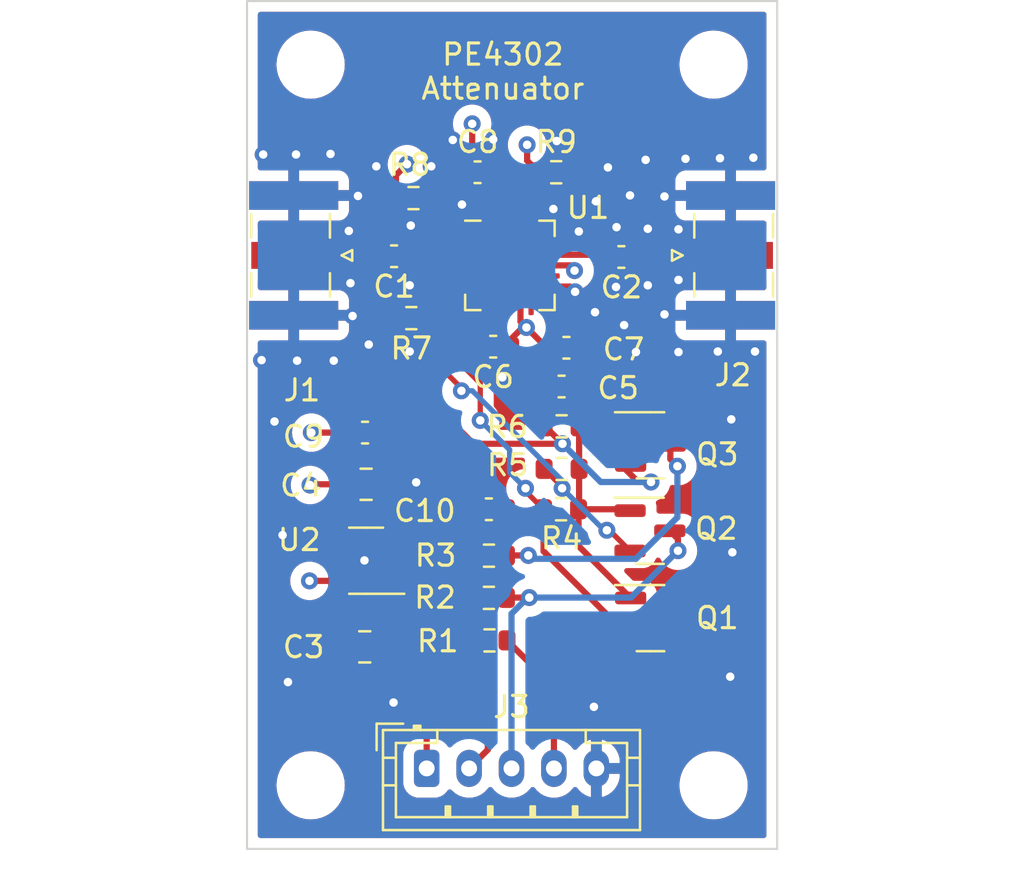
<source format=kicad_pcb>
(kicad_pcb (version 20211014) (generator pcbnew)
  (layers (0 "F.Cu" signal) (1 "In1.Cu" signal) (2 "In2.Cu" signal) (31 "B.Cu" signal) (34 "B.Paste" user) (35 "F.Paste" user) (36 "B.SilkS" user "B.Silkscreen") (37 "F.SilkS" user "F.Silkscreen") (38 "B.Mask" user) (39 "F.Mask" user) (44 "Edge.Cuts" user))
  (net 0 "")
  (net 1 "VDC")
  (net 2 "Net-(C1-Pad1)")
  (net 3 "Net-(J3-Pad2)")
  (net 4 "Net-(J3-Pad3)")
  (net 5 "Net-(J3-Pad4)")
  (net 6 "Net-(Q1-Pad2)")
  (net 7 "Net-(Q3-Pad2)")
  (net 8 "Net-(C2-Pad2)")
  (net 9 "Net-(R7-Pad1)")
  (net 10 "Net-(R8-Pad2)")
  (net 11 "Net-(R9-Pad2)")
  (net 13 "GND")
  (net 14 "VCC")
  (net 15 "Net-(C1-Pad2)")
  (net 16 "Net-(C2-Pad1)")
  (net 17 "Net-(Q2-Pad2)")
  (footprint "Connector_Coaxial:SMA_Samtec_SMA-J-P-X-ST-EM1_EdgeMount" (layer "F.Cu") (at 122.8 112 90)
    (fp_text reference "J2" (at -5.6528 0.1106) (layer "F.SilkS"))
    (fp_text value "Conn_Coaxial")
    (fp_line (start -0.25 -2.76) (end 0 -2.26) (layer "F.SilkS") (width 0.12))
    (fp_line (start 0.84 -1.71) (end 1.95 -1.71) (layer "F.SilkS") (width 0.12))
    (fp_line (start 0.84 2) (end 1.95 2) (layer "F.SilkS") (width 0.12))
    (fp_line (start 0 -2.26) (end 0.25 -2.76) (layer "F.SilkS") (width 0.12))
    (fp_line (start 0.25 -2.76) (end -0.25 -2.76) (layer "F.SilkS") (width 0.12))
    (fp_line (start -1.95 -1.71) (end -0.84 -1.71) (layer "F.SilkS") (width 0.12))
    (fp_line (start -1.95 2) (end -0.84 2) (layer "F.SilkS") (width 0.12))
    (pad "1" smd rect (at 0 0.2 90) (size 1.27 3.6) (layers "F.Cu" "F.Paste" "F.Mask") (net 16 "Net-(C2-Pad1)"))
    (pad "2" smd rect (at 2.825 0 90) (size 1.35 4.2) (layers "B.Cu" "B.Paste" "B.Mask") (net 13 "GND"))
    (pad "2" smd rect (at -2.825 0 90) (size 1.35 4.2) (layers "F.Cu" "F.Paste" "F.Mask") (net 13 "GND"))
    (pad "2" smd rect (at 2.825 0 90) (size 1.35 4.2) (layers "F.Cu" "F.Paste" "F.Mask") (net 13 "GND"))
    (pad "2" smd rect (at -2.825 0 90) (size 1.35 4.2) (layers "B.Cu" "B.Paste" "B.Mask") (net 13 "GND"))
  )
  (footprint "Connector_JST:JST_PH_B5B-PH-K_1x05_P2.00mm_Vertical" (layer "F.Cu") (at 108.4712 136.2036)
    (fp_text reference "J3" (at 4 -2.9) (layer "F.SilkS"))
    (fp_text value "Conn_01x05")
    (fp_line (start -1.45 -1.2) (end -1.45 2.3) (layer "F.SilkS") (width 0.12))
    (fp_line (start 7 2.3) (end 7 1.8) (layer "F.SilkS") (width 0.12))
    (fp_line (start 4.9 1.8) (end 5.1 1.8) (layer "F.SilkS") (width 0.12))
    (fp_line (start -0.3 -2.01) (end -0.6 -2.01) (layer "F.SilkS") (width 0.12))
    (fp_line (start 7.5 -1.2) (end 7.5 -1.81) (layer "F.SilkS") (width 0.12))
    (fp_line (start 10.06 2.91) (end 10.06 -1.81) (layer "F.SilkS") (width 0.12))
    (fp_line (start -2.06 -1.81) (end -2.06 2.91) (layer "F.SilkS") (width 0.12))
    (fp_line (start 0.9 2.3) (end 0.9 1.8) (layer "F.SilkS") (width 0.12))
    (fp_line (start -2.06 2.91) (end 10.06 2.91) (layer "F.SilkS") (width 0.12))
    (fp_line (start 2.9 1.8) (end 3.1 1.8) (layer "F.SilkS") (width 0.12))
    (fp_line (start 4.9 2.3) (end 4.9 1.8) (layer "F.SilkS") (width 0.12))
    (fp_line (start -2.36 -2.11) (end -2.36 -0.86) (layer "F.SilkS") (width 0.12))
    (fp_line (start 6.9 2.3) (end 6.9 1.8) (layer "F.SilkS") (width 0.12))
    (fp_line (start 6.9 1.8) (end 7.1 1.8) (layer "F.SilkS") (width 0.12))
    (fp_line (start 9.45 2.3) (end 9.45 -1.2) (layer "F.SilkS") (width 0.12))
    (fp_line (start 9.45 -1.2) (end 7.5 -1.2) (layer "F.SilkS") (width 0.12))
    (fp_line (start 10.06 -1.81) (end -2.06 -1.81) (layer "F.SilkS") (width 0.12))
    (fp_line (start 2.9 2.3) (end 2.9 1.8) (layer "F.SilkS") (width 0.12))
    (fp_line (start -0.6 -2.01) (end -0.6 -1.81) (layer "F.SilkS") (width 0.12))
    (fp_line (start -1.45 2.3) (end 9.45 2.3) (layer "F.SilkS") (width 0.12))
    (fp_line (start 10.06 -0.5) (end 9.45 -0.5) (layer "F.SilkS") (width 0.12))
    (fp_line (start -2.06 0.8) (end -1.45 0.8) (layer "F.SilkS") (width 0.12))
    (fp_line (start 3.1 1.8) (end 3.1 2.3) (layer "F.SilkS") (width 0.12))
    (fp_line (start -0.3 -1.91) (end -0.6 -1.91) (layer "F.SilkS") (width 0.12))
    (fp_line (start 0.5 -1.81) (end 0.5 -1.2) (layer "F.SilkS") (width 0.12))
    (fp_line (start 0.5 -1.2) (end -1.45 -1.2) (layer "F.SilkS") (width 0.12))
    (fp_line (start 0.9 1.8) (end 1.1 1.8) (layer "F.SilkS") (width 0.12))
    (fp_line (start 10.06 0.8) (end 9.45 0.8) (layer "F.SilkS") (width 0.12))
    (fp_line (start 5 2.3) (end 5 1.8) (layer "F.SilkS") (width 0.12))
    (fp_line (start 3 2.3) (end 3 1.8) (layer "F.SilkS") (width 0.12))
    (fp_line (start 7.1 1.8) (end 7.1 2.3) (layer "F.SilkS") (width 0.12))
    (fp_line (start 1 2.3) (end 1 1.8) (layer "F.SilkS") (width 0.12))
    (fp_line (start 5.1 1.8) (end 5.1 2.3) (layer "F.SilkS") (width 0.12))
    (fp_line (start -1.11 -2.11) (end -2.36 -2.11) (layer "F.SilkS") (width 0.12))
    (fp_line (start -2.06 -0.5) (end -1.45 -0.5) (layer "F.SilkS") (width 0.12))
    (fp_line (start -0.3 -1.81) (end -0.3 -2.01) (layer "F.SilkS") (width 0.12))
    (fp_line (start 1.1 1.8) (end 1.1 2.3) (layer "F.SilkS") (width 0.12))
    (pad "1" thru_hole roundrect (at 0 0) (size 1.2 1.75) (drill 0.75) (layers *.Cu *.Mask) (roundrect_rratio 0.2083333333) (net 1 "VDC"))
    (pad "2" thru_hole oval (at 2 0) (size 1.2 1.75) (drill 0.75) (layers *.Cu *.Mask) (net 3 "Net-(J3-Pad2)"))
    (pad "3" thru_hole oval (at 4 0) (size 1.2 1.75) (drill 0.75) (layers *.Cu *.Mask) (net 4 "Net-(J3-Pad3)"))
    (pad "4" thru_hole oval (at 6 0) (size 1.2 1.75) (drill 0.75) (layers *.Cu *.Mask) (net 5 "Net-(J3-Pad4)"))
    (pad "5" thru_hole oval (at 8 0) (size 1.2 1.75) (drill 0.75) (layers *.Cu *.Mask) (net 13 "GND"))
  )
  (footprint "MountingHole:MountingHole_2.2mm_M2" (layer "F.Cu") (at 122 137)
    (fp_text reference "H3" hide)
    (fp_text value "MountingHole")
    (pad "" np_thru_hole circle (at 0 0) (size 2.2 2.2) (drill 2.2) (layers *.Cu *.Mask))
  )
  (footprint "Package_TO_SOT_SMD:SOT-23-5" (layer "F.Cu") (at 105.6155 126.4056 180)
    (fp_text reference "U2" (at 3.1519 0.9804) (layer "F.SilkS"))
    (fp_text value "TLV70233_SOT23-5")
    (fp_line (start 0 -1.56) (end -1.8 -1.56) (layer "F.SilkS") (width 0.12))
    (fp_line (start 0 1.56) (end -0.8 1.56) (layer "F.SilkS") (width 0.12))
    (fp_line (start 0 1.56) (end 0.8 1.56) (layer "F.SilkS") (width 0.12))
    (fp_line (start 0 -1.56) (end 0.8 -1.56) (layer "F.SilkS") (width 0.12))
    (pad "1" smd roundrect (at -1.1375 -0.95 180) (size 1.325 0.6) (layers "F.Cu" "F.Paste" "F.Mask") (net 1 "VDC"))
    (pad "2" smd roundrect (at -1.1375 0 180) (size 1.325 0.6) (layers "F.Cu" "F.Paste" "F.Mask") (net 13 "GND"))
    (pad "3" smd roundrect (at -1.1375 0.95 180) (size 1.325 0.6) (layers "F.Cu" "F.Paste" "F.Mask") (net 1 "VDC"))
    (pad "4" smd roundrect (at 1.1375 0.95 180) (size 1.325 0.6) (layers "F.Cu" "F.Paste" "F.Mask"))
    (pad "5" smd roundrect (at 1.1375 -0.95 180) (size 1.325 0.6) (layers "F.Cu" "F.Paste" "F.Mask") (net 14 "VCC"))
  )
  (footprint "Resistor_SMD:R_0603_1608Metric" (layer "F.Cu") (at 114.5794 108.077)
    (fp_text reference "R9" (at 0 -1.43) (layer "F.SilkS"))
    (fp_text value "10k")
    (fp_line (start -0.237258 0.5225) (end 0.237258 0.5225) (layer "F.SilkS") (width 0.12))
    (fp_line (start -0.237258 -0.5225) (end 0.237258 -0.5225) (layer "F.SilkS") (width 0.12))
    (pad "1" smd roundrect (at -0.825 0) (size 0.8 0.95) (layers "F.Cu" "F.Paste" "F.Mask") (net 14 "VCC"))
    (pad "2" smd roundrect (at 0.825 0) (size 0.8 0.95) (layers "F.Cu" "F.Paste" "F.Mask") (net 11 "Net-(R9-Pad2)"))
  )
  (footprint "Resistor_SMD:R_0603_1608Metric" (layer "F.Cu") (at 111.4321 130.1648 180)
    (fp_text reference "R1" (at 2.4407 -0.0356) (layer "F.SilkS"))
    (fp_text value "4k7")
    (fp_line (start -0.237258 -0.5225) (end 0.237258 -0.5225) (layer "F.SilkS") (width 0.12))
    (fp_line (start -0.237258 0.5225) (end 0.237258 0.5225) (layer "F.SilkS") (width 0.12))
    (pad "1" smd roundrect (at -0.825 0 180) (size 0.8 0.95) (layers "F.Cu" "F.Paste" "F.Mask") (net 5 "Net-(J3-Pad4)"))
    (pad "2" smd roundrect (at 0.825 0 180) (size 0.8 0.95) (layers "F.Cu" "F.Paste" "F.Mask") (net 1 "VDC"))
  )
  (footprint "Resistor_SMD:R_0603_1608Metric" (layer "F.Cu") (at 114.8334 122.0724)
    (fp_text reference "R5" (at -2.54 -0.1778) (layer "F.SilkS"))
    (fp_text value "4k7")
    (fp_line (start -0.237258 0.5225) (end 0.237258 0.5225) (layer "F.SilkS") (width 0.12))
    (fp_line (start -0.237258 -0.5225) (end 0.237258 -0.5225) (layer "F.SilkS") (width 0.12))
    (pad "1" smd roundrect (at -0.825 0) (size 0.8 0.95) (layers "F.Cu" "F.Paste" "F.Mask") (net 17 "Net-(Q2-Pad2)"))
    (pad "2" smd roundrect (at 0.825 0) (size 0.8 0.95) (layers "F.Cu" "F.Paste" "F.Mask") (net 14 "VCC"))
  )
  (footprint "Capacitor_SMD:C_0805_2012Metric" (layer "F.Cu") (at 105.5523 130.4696)
    (fp_text reference "C3" (at -2.8855 0.0102) (layer "F.SilkS"))
    (fp_text value "10u")
    (fp_line (start -0.261252 -0.735) (end 0.261252 -0.735) (layer "F.SilkS") (width 0.12))
    (fp_line (start -0.261252 0.735) (end 0.261252 0.735) (layer "F.SilkS") (width 0.12))
    (pad "1" smd roundrect (at -0.95 0) (size 1 1.45) (layers "F.Cu" "F.Paste" "F.Mask") (net 13 "GND"))
    (pad "2" smd roundrect (at 0.95 0) (size 1 1.45) (layers "F.Cu" "F.Paste" "F.Mask") (net 1 "VDC"))
  )
  (footprint "Connector_Coaxial:SMA_Samtec_SMA-J-P-X-ST-EM1_EdgeMount" (layer "F.Cu") (at 102.2 112 -90)
    (fp_text reference "J1" (at 6.364 -0.3906) (layer "F.SilkS"))
    (fp_text value "Conn_Coaxial")
    (fp_line (start 0.84 -1.71) (end 1.95 -1.71) (layer "F.SilkS") (width 0.12))
    (fp_line (start -0.25 -2.76) (end 0 -2.26) (layer "F.SilkS") (width 0.12))
    (fp_line (start -1.95 2) (end -0.84 2) (layer "F.SilkS") (width 0.12))
    (fp_line (start 0.25 -2.76) (end -0.25 -2.76) (layer "F.SilkS") (width 0.12))
    (fp_line (start -1.95 -1.71) (end -0.84 -1.71) (layer "F.SilkS") (width 0.12))
    (fp_line (start 0 -2.26) (end 0.25 -2.76) (layer "F.SilkS") (width 0.12))
    (fp_line (start 0.84 2) (end 1.95 2) (layer "F.SilkS") (width 0.12))
    (pad "1" smd rect (at 0 0.2 270) (size 1.27 3.6) (layers "F.Cu" "F.Paste" "F.Mask") (net 15 "Net-(C1-Pad2)"))
    (pad "2" smd rect (at 2.825 0 270) (size 1.35 4.2) (layers "B.Cu" "B.Paste" "B.Mask") (net 13 "GND"))
    (pad "2" smd rect (at -2.825 0 270) (size 1.35 4.2) (layers "F.Cu" "F.Paste" "F.Mask") (net 13 "GND"))
    (pad "2" smd rect (at -2.825 0 270) (size 1.35 4.2) (layers "B.Cu" "B.Paste" "B.Mask") (net 13 "GND"))
    (pad "2" smd rect (at 2.825 0 270) (size 1.35 4.2) (layers "F.Cu" "F.Paste" "F.Mask") (net 13 "GND"))
  )
  (footprint "MountingHole:MountingHole_2.2mm_M2" (layer "F.Cu") (at 103 137)
    (fp_text reference "H4" hide)
    (fp_text value "MountingHole")
    (pad "" np_thru_hole circle (at 0 0) (size 2.2 2.2) (drill 2.2) (layers *.Cu *.Mask))
  )
  (footprint "MountingHole:MountingHole_2.2mm_M2" (layer "F.Cu") (at 122 103)
    (fp_text reference "H1" hide)
    (fp_text value "MountingHole")
    (pad "" np_thru_hole circle (at 0 0) (size 2.2 2.2) (drill 2.2) (layers *.Cu *.Mask))
  )
  (footprint "Resistor_SMD:R_0603_1608Metric" (layer "F.Cu") (at 114.808 123.9774)
    (fp_text reference "R4" (at 0.0254 1.3716) (layer "F.SilkS"))
    (fp_text value "4k7")
    (fp_line (start -0.237258 -0.5225) (end 0.237258 -0.5225) (layer "F.SilkS") (width 0.12))
    (fp_line (start -0.237258 0.5225) (end 0.237258 0.5225) (layer "F.SilkS") (width 0.12))
    (pad "1" smd roundrect (at -0.825 0) (size 0.8 0.95) (layers "F.Cu" "F.Paste" "F.Mask") (net 6 "Net-(Q1-Pad2)"))
    (pad "2" smd roundrect (at 0.825 0) (size 0.8 0.95) (layers "F.Cu" "F.Paste" "F.Mask") (net 14 "VCC"))
  )
  (footprint "Capacitor_SMD:C_0603_1608Metric" (layer "F.Cu") (at 105.5647 120.3604 180)
    (fp_text reference "C9" (at 2.8979 -0.188) (layer "F.SilkS"))
    (fp_text value "100n")
    (fp_line (start -0.14058 0.51) (end 0.14058 0.51) (layer "F.SilkS") (width 0.12))
    (fp_line (start -0.14058 -0.51) (end 0.14058 -0.51) (layer "F.SilkS") (width 0.12))
    (pad "1" smd roundrect (at -0.775 0 180) (size 0.9 0.95) (layers "F.Cu" "F.Paste" "F.Mask") (net 13 "GND"))
    (pad "2" smd roundrect (at 0.775 0 180) (size 0.9 0.95) (layers "F.Cu" "F.Paste" "F.Mask") (net 14 "VCC"))
  )
  (footprint "Capacitor_SMD:C_0603_1608Metric" (layer "F.Cu") (at 106.934 112.0394 180)
    (fp_text reference "C1" (at 0 -1.43) (layer "F.SilkS"))
    (fp_text value "100n")
    (fp_line (start -0.14058 0.51) (end 0.14058 0.51) (layer "F.SilkS") (width 0.12))
    (fp_line (start -0.14058 -0.51) (end 0.14058 -0.51) (layer "F.SilkS") (width 0.12))
    (pad "1" smd roundrect (at -0.775 0 180) (size 0.9 0.95) (layers "F.Cu" "F.Paste" "F.Mask") (net 2 "Net-(C1-Pad1)"))
    (pad "2" smd roundrect (at 0.775 0 180) (size 0.9 0.95) (layers "F.Cu" "F.Paste" "F.Mask") (net 15 "Net-(C1-Pad2)"))
  )
  (footprint "Resistor_SMD:R_0603_1608Metric" (layer "F.Cu") (at 114.8334 120.0658)
    (fp_text reference "R6" (at -2.5654 0.0254) (layer "F.SilkS"))
    (fp_text value "4k7")
    (fp_line (start -0.237258 -0.5225) (end 0.237258 -0.5225) (layer "F.SilkS") (width 0.12))
    (fp_line (start -0.237258 0.5225) (end 0.237258 0.5225) (layer "F.SilkS") (width 0.12))
    (pad "1" smd roundrect (at -0.825 0) (size 0.8 0.95) (layers "F.Cu" "F.Paste" "F.Mask") (net 7 "Net-(Q3-Pad2)"))
    (pad "2" smd roundrect (at 0.825 0) (size 0.8 0.95) (layers "F.Cu" "F.Paste" "F.Mask") (net 14 "VCC"))
  )
  (footprint "Capacitor_SMD:C_0603_1608Metric" (layer "F.Cu") (at 111.6076 116.3066 180)
    (fp_text reference "C6" (at 0 -1.43) (layer "F.SilkS"))
    (fp_text value "100n")
    (fp_line (start -0.14058 -0.51) (end 0.14058 -0.51) (layer "F.SilkS") (width 0.12))
    (fp_line (start -0.14058 0.51) (end 0.14058 0.51) (layer "F.SilkS") (width 0.12))
    (pad "1" smd roundrect (at -0.775 0 180) (size 0.9 0.95) (layers "F.Cu" "F.Paste" "F.Mask") (net 14 "VCC"))
    (pad "2" smd roundrect (at 0.775 0 180) (size 0.9 0.95) (layers "F.Cu" "F.Paste" "F.Mask") (net 13 "GND"))
  )
  (footprint "Capacitor_SMD:C_0603_1608Metric" (layer "F.Cu") (at 110.871 108.077)
    (fp_text reference "C8" (at 0 -1.43) (layer "F.SilkS"))
    (fp_text value "100n")
    (fp_line (start -0.14058 -0.51) (end 0.14058 -0.51) (layer "F.SilkS") (width 0.12))
    (fp_line (start -0.14058 0.51) (end 0.14058 0.51) (layer "F.SilkS") (width 0.12))
    (pad "1" smd roundrect (at -0.775 0) (size 0.9 0.95) (layers "F.Cu" "F.Paste" "F.Mask") (net 14 "VCC"))
    (pad "2" smd roundrect (at 0.775 0) (size 0.9 0.95) (layers "F.Cu" "F.Paste" "F.Mask") (net 13 "GND"))
  )
  (footprint "Package_TO_SOT_SMD:SOT-23" (layer "F.Cu") (at 118.999 124.9934)
    (fp_text reference "Q2" (at 3.1242 -0.1016) (layer "F.SilkS"))
    (fp_text value "BSS138")
    (fp_line (start 0 -1.56) (end -1.675 -1.56) (layer "F.SilkS") (width 0.12))
    (fp_line (start 0 -1.56) (end 0.65 -1.56) (layer "F.SilkS") (width 0.12))
    (fp_line (start 0 1.56) (end 0.65 1.56) (layer "F.SilkS") (width 0.12))
    (fp_line (start 0 1.56) (end -0.65 1.56) (layer "F.SilkS") (width 0.12))
    (pad "1" smd roundrect (at -0.9375 -0.95) (size 1.475 0.6) (layers "F.Cu" "F.Paste" "F.Mask") (net 14 "VCC"))
    (pad "2" smd roundrect (at -0.9375 0.95) (size 1.475 0.6) (layers "F.Cu" "F.Paste" "F.Mask") (net 17 "Net-(Q2-Pad2)"))
    (pad "3" smd roundrect (at 0.9375 0) (size 1.475 0.6) (layers "F.Cu" "F.Paste" "F.Mask") (net 4 "Net-(J3-Pad3)"))
  )
  (footprint "Resistor_SMD:R_0603_1608Metric" (layer "F.Cu") (at 111.409 126.1668 180)
    (fp_text reference "R3" (at 2.5192 0.005) (layer "F.SilkS"))
    (fp_text value "4k7")
    (fp_line (start -0.237258 0.5225) (end 0.237258 0.5225) (layer "F.SilkS") (width 0.12))
    (fp_line (start -0.237258 -0.5225) (end 0.237258 -0.5225) (layer "F.SilkS") (width 0.12))
    (pad "1" smd roundrect (at -0.825 0 180) (size 0.8 0.95) (layers "F.Cu" "F.Paste" "F.Mask") (net 3 "Net-(J3-Pad2)"))
    (pad "2" smd roundrect (at 0.825 0 180) (size 0.8 0.95) (layers "F.Cu" "F.Paste" "F.Mask") (net 1 "VDC"))
  )
  (footprint "Resistor_SMD:R_0603_1608Metric" (layer "F.Cu") (at 107.7468 114.9604 180)
    (fp_text reference "R7" (at 0 -1.43) (layer "F.SilkS"))
    (fp_text value "10k")
    (fp_line (start -0.237258 0.5225) (end 0.237258 0.5225) (layer "F.SilkS") (width 0.12))
    (fp_line (start -0.237258 -0.5225) (end 0.237258 -0.5225) (layer "F.SilkS") (width 0.12))
    (pad "1" smd roundrect (at -0.825 0 180) (size 0.8 0.95) (layers "F.Cu" "F.Paste" "F.Mask") (net 9 "Net-(R7-Pad1)"))
    (pad "2" smd roundrect (at 0.825 0 180) (size 0.8 0.95) (layers "F.Cu" "F.Paste" "F.Mask") (net 7 "Net-(Q3-Pad2)"))
  )
  (footprint "Resistor_SMD:R_0603_1608Metric" (layer "F.Cu") (at 107.8484 109.2962)
    (fp_text reference "R8" (at -0.1778 -1.5748) (layer "F.SilkS"))
    (fp_text value "10k")
    (fp_line (start -0.237258 0.5225) (end 0.237258 0.5225) (layer "F.SilkS") (width 0.12))
    (fp_line (start -0.237258 -0.5225) (end 0.237258 -0.5225) (layer "F.SilkS") (width 0.12))
    (pad "1" smd roundrect (at -0.825 0) (size 0.8 0.95) (layers "F.Cu" "F.Paste" "F.Mask") (net 14 "VCC"))
    (pad "2" smd roundrect (at 0.825 0) (size 0.8 0.95) (layers "F.Cu" "F.Paste" "F.Mask") (net 10 "Net-(R8-Pad2)"))
  )
  (footprint "PE4302:QFN-20-1EP_4x4mm_P0.5mm_EP2x2mm" (layer "F.Cu") (at 112.395 112.4712)
    (fp_text reference "U1" (at 3.683 -2.7178) (layer "F.SilkS"))
    (fp_text value "PE4302")
    (fp_line (start -1.385 -2.11) (end -2.11 -2.11) (layer "F.SilkS") (width 0.12))
    (fp_line (start 1.385 -2.11) (end 2.11 -2.11) (layer "F.SilkS") (width 0.12))
    (fp_line (start 2.11 2.11) (end 2.11 1.385) (layer "F.SilkS") (width 0.12))
    (fp_line (start 2.11 -2.11) (end 2.11 -1.385) (layer "F.SilkS") (width 0.12))
    (fp_line (start 1.385 2.11) (end 2.11 2.11) (layer "F.SilkS") (width 0.12))
    (fp_line (start -2.11 2.11) (end -2.11 1.385) (layer "F.SilkS") (width 0.12))
    (fp_line (start -1.385 2.11) (end -2.11 2.11) (layer "F.SilkS") (width 0.12))
    (pad "1" smd roundrect (at -1.9375 -1) (size 0.825 0.25) (layers "F.Cu" "F.Paste" "F.Mask") (net 10 "Net-(R8-Pad2)"))
    (pad "2" smd roundrect (at -1.9375 -0.5) (size 0.825 0.25) (layers "F.Cu" "F.Paste" "F.Mask") (net 2 "Net-(C1-Pad1)"))
    (pad "3" smd roundrect (at -1.9375 0) (size 0.825 0.25) (layers "F.Cu" "F.Paste" "F.Mask") (net 9 "Net-(R7-Pad1)"))
    (pad "4" smd roundrect (at -1.9375 0.5) (size 0.825 0.25) (layers "F.Cu" "F.Paste" "F.Mask") (net 17 "Net-(Q2-Pad2)"))
    (pad "5" smd roundrect (at -1.9375 1) (size 0.825 0.25) (layers "F.Cu" "F.Paste" "F.Mask") (net 6 "Net-(Q1-Pad2)"))
    (pad "6" smd roundrect (at -1 1.9375) (size 0.25 0.825) (layers "F.Cu" "F.Paste" "F.Mask") (net 14 "VCC"))
    (pad "7" smd roundrect (at -0.5 1.9375) (size 0.25 0.825) (layers "F.Cu" "F.Paste" "F.Mask") (net 14 "VCC"))
    (pad "8" smd roundrect (at 0 1.9375) (size 0.25 0.825) (layers "F.Cu" "F.Paste" "F.Mask") (net 14 "VCC"))
    (pad "9" smd roundrect (at 0.5 1.9375) (size 0.25 0.825) (layers "F.Cu" "F.Paste" "F.Mask") (net 14 "VCC"))
    (pad "10" smd roundrect (at 1 1.9375) (size 0.25 0.825) (layers "F.Cu" "F.Paste" "F.Mask") (net 13 "GND"))
    (pad "11" smd roundrect (at 1.9375 1) (size 0.825 0.25) (layers "F.Cu" "F.Paste" "F.Mask") (net 13 "GND"))
    (pad "12" smd roundrect (at 1.9375 0.5) (size 0.825 0.25) (layers "F.Cu" "F.Paste" "F.Mask") (net 13 "GND"))
    (pad "13" smd roundrect (at 1.9375 0) (size 0.825 0.25) (layers "F.Cu" "F.Paste" "F.Mask") (net 14 "VCC"))
    (pad "14" smd roundrect (at 1.9375 -0.5) (size 0.825 0.25) (layers "F.Cu" "F.Paste" "F.Mask") (net 8 "Net-(C2-Pad2)"))
    (pad "15" smd roundrect (at 1.9375 -1) (size 0.825 0.25) (layers "F.Cu" "F.Paste" "F.Mask") (net 11 "Net-(R9-Pad2)"))
    (pad "16" smd roundrect (at 1 -1.9375) (size 0.25 0.825) (layers "F.Cu" "F.Paste" "F.Mask") (net 11 "Net-(R9-Pad2)"))
    (pad "17" smd roundrect (at 0.5 -1.9375) (size 0.25 0.825) (layers "F.Cu" "F.Paste" "F.Mask") (net 11 "Net-(R9-Pad2)"))
    (pad "18" smd roundrect (at 0 -1.9375) (size 0.25 0.825) (layers "F.Cu" "F.Paste" "F.Mask") (net 13 "GND"))
    (pad "19" smd roundrect (at -0.5 -1.9375) (size 0.25 0.825) (layers "F.Cu" "F.Paste" "F.Mask") (net 11 "Net-(R9-Pad2)"))
    (pad "20" smd roundrect (at -1 -1.9375) (size 0.25 0.825) (layers "F.Cu" "F.Paste" "F.Mask") (net 11 "Net-(R9-Pad2)"))
    (pad "21" smd rect (at 0 0) (size 2 2) (layers "F.Cu" "F.Mask") (net 13 "GND"))
  )
  (footprint "Capacitor_SMD:C_0603_1608Metric" (layer "F.Cu") (at 114.8334 118.1862)
    (fp_text reference "C5" (at 2.667 0.0762) (layer "F.SilkS"))
    (fp_text value "100n")
    (fp_line (start -0.14058 0.51) (end 0.14058 0.51) (layer "F.SilkS") (width 0.12))
    (fp_line (start -0.14058 -0.51) (end 0.14058 -0.51) (layer "F.SilkS") (width 0.12))
    (pad "1" smd roundrect (at -0.775 0) (size 0.9 0.95) (layers "F.Cu" "F.Paste" "F.Mask") (net 14 "VCC"))
    (pad "2" smd roundrect (at 0.775 0) (size 0.9 0.95) (layers "F.Cu" "F.Paste" "F.Mask") (net 13 "GND"))
  )
  (footprint "MountingHole:MountingHole_2.2mm_M2" (layer "F.Cu") (at 103 103)
    (fp_text reference "H2" hide)
    (fp_text value "MountingHole")
    (pad "" np_thru_hole circle (at 0 0) (size 2.2 2.2) (drill 2.2) (layers *.Cu *.Mask))
  )
  (footprint "Capacitor_SMD:C_0805_2012Metric" (layer "F.Cu") (at 105.6155 122.7988 180)
    (fp_text reference "C4" (at 3.0757 -0.061) (layer "F.SilkS"))
    (fp_text value "10u")
    (fp_line (start -0.261252 0.735) (end 0.261252 0.735) (layer "F.SilkS") (width 0.12))
    (fp_line (start -0.261252 -0.735) (end 0.261252 -0.735) (layer "F.SilkS") (width 0.12))
    (pad "1" smd roundrect (at -0.95 0 180) (size 1 1.45) (layers "F.Cu" "F.Paste" "F.Mask") (net 13 "GND"))
    (pad "2" smd roundrect (at 0.95 0 180) (size 1 1.45) (layers "F.Cu" "F.Paste" "F.Mask") (net 14 "VCC"))
  )
  (footprint "Capacitor_SMD:C_0603_1608Metric" (layer "F.Cu") (at 117.6528 112.0748 180)
    (fp_text reference "C2" (at 0 -1.43) (layer "F.SilkS"))
    (fp_text value "100n")
    (fp_line (start -0.14058 -0.51) (end 0.14058 -0.51) (layer "F.SilkS") (width 0.12))
    (fp_line (start -0.14058 0.51) (end 0.14058 0.51) (layer "F.SilkS") (width 0.12))
    (pad "1" smd roundrect (at -0.775 0 180) (size 0.9 0.95) (layers "F.Cu" "F.Paste" "F.Mask") (net 16 "Net-(C2-Pad1)"))
    (pad "2" smd roundrect (at 0.775 0 180) (size 0.9 0.95) (layers "F.Cu" "F.Paste" "F.Mask") (net 8 "Net-(C2-Pad2)"))
  )
  (footprint "Capacitor_SMD:C_0603_1608Metric" (layer "F.Cu") (at 111.4044 123.9774)
    (fp_text reference "C10" (at -3.0226 0.0762) (layer "F.SilkS"))
    (fp_text value "100n")
    (fp_line (start -0.14058 0.51) (end 0.14058 0.51) (layer "F.SilkS") (width 0.12))
    (fp_line (start -0.14058 -0.51) (end 0.14058 -0.51) (layer "F.SilkS") (width 0.12))
    (pad "1" smd roundrect (at -0.775 0) (size 0.9 0.95) (layers "F.Cu" "F.Paste" "F.Mask") (net 1 "VDC"))
    (pad "2" smd roundrect (at 0.775 0) (size 0.9 0.95) (layers "F.Cu" "F.Paste" "F.Mask") (net 13 "GND"))
  )
  (footprint "Package_TO_SOT_SMD:SOT-23" (layer "F.Cu") (at 119.0244 129.1132)
    (fp_text reference "Q1" (at 3.1496 -0.005) (layer "F.SilkS"))
    (fp_text value "BSS138")
    (fp_line (start 0 -1.56) (end 0.65 -1.56) (layer "F.SilkS") (width 0.12))
    (fp_line (start 0 -1.56) (end -1.675 -1.56) (layer "F.SilkS") (width 0.12))
    (fp_line (start 0 1.56) (end 0.65 1.56) (layer "F.SilkS") (width 0.12))
    (fp_line (start 0 1.56) (end -0.65 1.56) (layer "F.SilkS") (width 0.12))
    (pad "1" smd roundrect (at -0.9375 -0.95) (size 1.475 0.6) (layers "F.Cu" "F.Paste" "F.Mask") (net 14 "VCC"))
    (pad "2" smd roundrect (at -0.9375 0.95) (size 1.475 0.6) (layers "F.Cu" "F.Paste" "F.Mask") (net 6 "Net-(Q1-Pad2)"))
    (pad "3" smd roundrect (at 0.9375 0) (size 1.475 0.6) (layers "F.Cu" "F.Paste" "F.Mask") (net 5 "Net-(J3-Pad4)"))
  )
  (footprint "Resistor_SMD:R_0603_1608Metric" (layer "F.Cu") (at 111.4067 128.1582 180)
    (fp_text reference "R2" (at 2.5423 0.0152) (layer "F.SilkS"))
    (fp_text value "4k7")
    (fp_line (start -0.237258 -0.5225) (end 0.237258 -0.5225) (layer "F.SilkS") (width 0.12))
    (fp_line (start -0.237258 0.5225) (end 0.237258 0.5225) (layer "F.SilkS") (width 0.12))
    (pad "1" smd roundrect (at -0.825 0 180) (size 0.8 0.95) (layers "F.Cu" "F.Paste" "F.Mask") (net 4 "Net-(J3-Pad3)"))
    (pad "2" smd roundrect (at 0.825 0 180) (size 0.8 0.95) (layers "F.Cu" "F.Paste" "F.Mask") (net 1 "VDC"))
  )
  (footprint "Package_TO_SOT_SMD:SOT-23" (layer "F.Cu") (at 119.0244 120.9598)
    (fp_text reference "Q3" (at 3.1496 0.4268) (layer "F.SilkS"))
    (fp_text value "BSS138")
    (fp_line (start 0 1.56) (end -0.65 1.56) (layer "F.SilkS") (width 0.12))
    (fp_line (start 0 -1.56) (end 0.65 -1.56) (layer "F.SilkS") (width 0.12))
    (fp_line (start 0 1.56) (end 0.65 1.56) (layer "F.SilkS") (width 0.12))
    (fp_line (start 0 -1.56) (end -1.675 -1.56) (layer "F.SilkS") (width 0.12))
    (pad "1" smd roundrect (at -0.9375 -0.95) (size 1.475 0.6) (layers "F.Cu" "F.Paste" "F.Mask") (net 14 "VCC"))
    (pad "2" smd roundrect (at -0.9375 0.95) (size 1.475 0.6) (layers "F.Cu" "F.Paste" "F.Mask") (net 7 "Net-(Q3-Pad2)"))
    (pad "3" smd roundrect (at 0.9375 0) (size 1.475 0.6) (layers "F.Cu" "F.Paste" "F.Mask") (net 3 "Net-(J3-Pad2)"))
  )
  (footprint "Capacitor_SMD:C_0603_1608Metric" (layer "F.Cu") (at 115.062 116.3574)
    (fp_text reference "C7" (at 2.6924 0.0762) (layer "F.SilkS"))
    (fp_text value "100n")
    (fp_line (start -0.14058 0.51) (end 0.14058 0.51) (layer "F.SilkS") (width 0.12))
    (fp_line (start -0.14058 -0.51) (end 0.14058 -0.51) (layer "F.SilkS") (width 0.12))
    (pad "1" smd roundrect (at -0.775 0) (size 0.9 0.95) (layers "F.Cu" "F.Paste" "F.Mask") (net 14 "VCC"))
    (pad "2" smd roundrect (at 0.775 0) (size 0.9 0.95) (layers "F.Cu" "F.Paste" "F.Mask") (net 13 "GND"))
  )
  (gr_line (start 100 140) (end 125 140) (layer "Edge.Cuts") (width 0.1))
  (gr_line (start 125 140) (end 125 100) (layer "Edge.Cuts") (width 0.1))
  (gr_line (start 125 100) (end 100 100) (layer "Edge.Cuts") (width 0.1))
  (gr_line (start 100 100) (end 100 140) (layer "Edge.Cuts") (width 0.1))
  (gr_text "PE4302\nAttenuator" (at 112.0648 103.3272) (layer "F.SilkS") (effects (font (size 1 1))))
  (segment (start 107.76152 126.050142) (end 110.467342 126.050142) (width 0.293) (layer "F.Cu") (net 1))
  (segment (start 110.6294 126.1214) (end 110.584 126.1668) (width 0.293) (layer "F.Cu") (net 1))
  (segment (start 110.5817 130.1394) (end 110.6071 130.1648) (width 0.293) (layer "F.Cu") (net 1))
  (segment (start 106.5023 129.793878) (end 106.5023 130.4696) (width 0.293) (layer "F.Cu") (net 1))
  (segment (start 110.6294 123.9774) (end 110.6294 126.1214) (width 0.293) (layer "F.Cu") (net 1))
  (segment (start 110.467342 126.050142) (end 110.584 126.1668) (width 0.293) (layer "F.Cu") (net 1))
  (segment (start 106.5023 130.4696) (end 106.753 130.2189) (width 0.293) (layer "F.Cu") (net 1))
  (segment (start 110.584 128.1559) (end 110.5817 128.1582) (width 0.293) (layer "F.Cu") (net 1))
  (segment (start 107.76152 126.050142) (end 107.76152 127.03608) (width 0.293) (layer "F.Cu") (net 1))
  (segment (start 108.4712 136.2036) (end 108.4712 132.4385) (width 0.293) (layer "F.Cu") (net 1))
  (segment (start 106.753 125.4556) (end 107.166978 125.4556) (width 0.293) (layer "F.Cu") (net 1))
  (segment (start 107.76152 127.03608) (end 107.442 127.3556) (width 0.293) (layer "F.Cu") (net 1))
  (segment (start 110.584 126.1668) (end 110.584 128.1559) (width 0.293) (layer "F.Cu") (net 1))
  (segment (start 107.442 127.3556) (end 106.753 127.3556) (width 0.293) (layer "F.Cu") (net 1))
  (segment (start 106.753 130.2189) (end 106.753 127.3556) (width 0.293) (layer "F.Cu") (net 1))
  (segment (start 108.4712 132.4385) (end 106.5023 130.4696) (width 0.293) (layer "F.Cu") (net 1))
  (segment (start 107.166978 125.4556) (end 107.76152 126.050142) (width 0.293) (layer "F.Cu") (net 1))
  (segment (start 110.5817 128.1582) (end 110.5817 130.1394) (width 0.293) (layer "F.Cu") (net 1))
  (segment (start 107.7772 111.9712) (end 107.709 112.0394) (width 0.25) (layer "F.Cu") (net 2))
  (segment (start 110.4575 111.9712) (end 107.7772 111.9712) (width 0.25) (layer "F.Cu") (net 2))
  (segment (start 113.263375 126.155914) (end 112.244886 126.155914) (width 0.293) (layer "F.Cu") (net 3))
  (segment (start 112.244886 126.155914) (end 112.234 126.1668) (width 0.293) (layer "F.Cu") (net 3))
  (segment (start 110.4712 136.2036) (end 111.35312 135.32168) (width 0.293) (layer "F.Cu") (net 3))
  (segment (start 111.35312 135.32168) (end 111.35312 127.04768) (width 0.293) (layer "F.Cu") (net 3))
  (segment (start 119.9619 121.4859) (end 119.9619 121.6129) (width 0.293) (layer "F.Cu") (net 3))
  (segment (start 111.35312 127.04768) (end 112.234 126.1668) (width 0.293) (layer "F.Cu") (net 3))
  (segment (start 119.9619 120.9598) (end 119.9619 121.4859) (width 0.293) (layer "F.Cu") (net 3))
  (segment (start 119.9619 121.6129) (end 120.2944 121.9454) (width 0.293) (layer "F.Cu") (net 3))
  (via (at 113.263375 126.155914) (size 0.8) (drill 0.4) (layers "F.Cu" "B.Cu") (net 3))
  (via (at 120.2944 121.9454) (size 0.8) (drill 0.4) (layers "F.Cu" "B.Cu") (net 3))
  (segment (start 120.2944 121.9454) (end 120.2944 124.3584) (width 0.293) (layer "B.Cu") (net 3))
  (segment (start 120.2944 124.3584) (end 118.3386 126.3142) (width 0.293) (layer "B.Cu") (net 3))
  (segment (start 118.3386 126.3142) (end 113.421661 126.3142) (width 0.293) (layer "B.Cu") (net 3))
  (segment (start 113.421661 126.3142) (end 113.263375 126.155914) (width 0.293) (layer "B.Cu") (net 3))
  (segment (start 112.2469 128.143) (end 112.2317 128.1582) (width 0.293) (layer "F.Cu") (net 4))
  (segment (start 113.3094 128.143) (end 112.2469 128.143) (width 0.293) (layer "F.Cu") (net 4))
  (segment (start 120.3198 125.3767) (end 119.9365 124.9934) (width 0.293) (layer "F.Cu") (net 4))
  (segment (start 120.3198 125.9332) (end 120.3198 125.3767) (width 0.293) (layer "F.Cu") (net 4))
  (via (at 113.3094 128.143) (size 0.8) (drill 0.4) (layers "F.Cu" "B.Cu") (net 4))
  (via (at 120.3198 125.9332) (size 0.8) (drill 0.4) (layers "F.Cu" "B.Cu") (net 4))
  (segment (start 113.3094 128.143) (end 117.983 128.143) (width 0.293) (layer "B.Cu") (net 4))
  (segment (start 112.4712 136.2036) (end 112.4712 128.905) (width 0.293) (layer "B.Cu") (net 4))
  (segment (start 117.983 128.143) (end 118.11 128.143) (width 0.293) (layer "B.Cu") (net 4))
  (segment (start 113.2332 128.143) (end 113.3094 128.143) (width 0.293) (layer "B.Cu") (net 4))
  (segment (start 112.4712 128.905) (end 113.2332 128.143) (width 0.293) (layer "B.Cu") (net 4))
  (segment (start 118.11 128.143) (end 120.3198 125.9332) (width 0.293) (layer "B.Cu") (net 4))
  (segment (start 119.9619 129.1132) (end 119.507 129.5681) (width 0.293) (layer "F.Cu") (net 5))
  (segment (start 113.4103 131.318) (end 113.6396 131.318) (width 0.293) (layer "F.Cu") (net 5))
  (segment (start 113.4103 131.318) (end 112.2571 130.1648) (width 0.293) (layer "F.Cu") (net 5))
  (segment (start 119.507 131.318) (end 113.4103 131.318) (width 0.293) (layer "F.Cu") (net 5))
  (segment (start 113.6396 131.318) (end 114.4712 132.1496) (width 0.293) (layer "F.Cu") (net 5))
  (segment (start 114.4712 132.1496) (end 114.4712 136.2036) (width 0.293) (layer "F.Cu") (net 5))
  (segment (start 119.507 129.5681) (end 119.507 131.318) (width 0.293) (layer "F.Cu") (net 5))
  (segment (start 110.4575 113.6467) (end 110.4575 113.4712) (width 0.25) (layer "F.Cu") (net 6))
  (segment (start 110.998 118.0338) (end 110.05808 117.09388) (width 0.25) (layer "F.Cu") (net 6))
  (segment (start 113.1316 123.126) (end 113.983 123.9774) (width 0.25) (layer "F.Cu") (net 6))
  (segment (start 113.1316 122.9868) (end 113.1316 123.126) (width 0.25) (layer "F.Cu") (net 6))
  (segment (start 113.983 125.9593) (end 113.983 123.9774) (width 0.293) (layer "F.Cu") (net 6))
  (segment (start 110.05808 117.09388) (end 110.05808 114.04612) (width 0.25) (layer "F.Cu") (net 6))
  (segment (start 110.05808 114.04612) (end 110.4575 113.6467) (width 0.25) (layer "F.Cu") (net 6))
  (segment (start 110.998 119.7864) (end 110.998 118.0338) (width 0.25) (layer "F.Cu") (net 6))
  (segment (start 118.0869 130.0632) (end 113.983 125.9593) (width 0.293) (layer "F.Cu") (net 6))
  (via (at 110.998 119.7864) (size 0.8) (drill 0.4) (layers "F.Cu" "B.Cu") (net 6))
  (via (at 113.1316 122.9868) (size 0.8) (drill 0.4) (layers "F.Cu" "B.Cu") (net 6))
  (segment (start 110.998 119.7864) (end 112.381689 121.170089) (width 0.25) (layer "B.Cu") (net 6))
  (segment (start 112.381689 121.170089) (end 112.381689 122.236889) (width 0.25) (layer "B.Cu") (net 6))
  (segment (start 112.381689 122.236889) (end 113.1316 122.9868) (width 0.25) (layer "B.Cu") (net 6))
  (segment (start 114.053304 120.0658) (end 114.0084 120.0658) (width 0.293) (layer "F.Cu") (net 7))
  (segment (start 107.15082 114.9604) (end 106.9218 114.9604) (width 0.293) (layer "F.Cu") (net 7))
  (segment (start 108.966 116.77558) (end 107.15082 114.9604) (width 0.293) (layer "F.Cu") (net 7))
  (segment (start 110.67711 120.88791) (end 108.966 119.1768) (width 0.293) (layer "F.Cu") (net 7))
  (segment (start 118.0869 121.9098) (end 117.663 121.9098) (width 0.293) (layer "F.Cu") (net 7))
  (segment (start 118.4446 122.6914) (end 119.0498 122.6914) (width 0.293) (layer "F.Cu") (net 7))
  (segment (start 108.966 119.1768) (end 108.966 116.77558) (width 0.293) (layer "F.Cu") (net 7))
  (segment (start 114.875414 120.88791) (end 110.67711 120.88791) (width 0.293) (layer "F.Cu") (net 7))
  (segment (start 114.875414 120.88791) (end 114.053304 120.0658) (width 0.293) (layer "F.Cu") (net 7))
  (segment (start 117.663 121.9098) (end 118.4446 122.6914) (width 0.293) (layer "F.Cu") (net 7))
  (via (at 114.875414 120.88791) (size 0.8) (drill 0.4) (layers "F.Cu" "B.Cu") (net 7))
  (via (at 119.0498 122.6914) (size 0.8) (drill 0.4) (layers "F.Cu" "B.Cu") (net 7))
  (segment (start 116.678904 122.6914) (end 119.0498 122.6914) (width 0.293) (layer "B.Cu") (net 7))
  (segment (start 114.875414 120.88791) (end 116.678904 122.6914) (width 0.293) (layer "B.Cu") (net 7))
  (segment (start 116.7742 111.9712) (end 116.8778 112.0748) (width 0.293) (layer "F.Cu") (net 8))
  (segment (start 114.3325 111.9712) (end 116.7742 111.9712) (width 0.293) (layer "F.Cu") (net 8))
  (segment (start 110.4575 112.4712) (end 109.8042 112.4712) (width 0.25) (layer "F.Cu") (net 9))
  (segment (start 108.5718 113.7036) (end 108.5718 114.9604) (width 0.25) (layer "F.Cu") (net 9))
  (segment (start 109.8042 112.4712) (end 108.5718 113.7036) (width 0.25) (layer "F.Cu") (net 9))
  (segment (start 110.4575 111.3973) (end 108.6734 109.6132) (width 0.25) (layer "F.Cu") (net 10))
  (segment (start 108.6734 109.6132) (end 108.6734 109.2962) (width 0.25) (layer "F.Cu") (net 10))
  (segment (start 110.4575 111.4712) (end 110.4575 111.3973) (width 0.25) (layer "F.Cu") (net 10))
  (segment (start 111.887 109.5756) (end 111.895 109.5836) (width 0.293) (layer "F.Cu") (net 11))
  (segment (start 111.395 110.5337) (end 111.395 109.6612) (width 0.293) (layer "F.Cu") (net 11))
  (segment (start 113.395 110.5337) (end 114.2675 110.5337) (width 0.293) (layer "F.Cu") (net 11))
  (segment (start 113.395 109.6104) (end 113.395 110.5337) (width 0.293) (layer "F.Cu") (net 11))
  (segment (start 111.4806 109.5756) (end 111.887 109.5756) (width 0.293) (layer "F.Cu") (net 11))
  (segment (start 111.895 109.5836) (end 113.3682 109.5836) (width 0.293) (layer "F.Cu") (net 11))
  (segment (start 113.395 109.6104) (end 113.942123 109.063277) (width 0.293) (layer "F.Cu") (net 11))
  (segment (start 111.895 109.5836) (end 111.895 110.5337) (width 0.293) (layer "F.Cu") (net 11))
  (segment (start 114.2675 110.5337) (end 114.3325 110.5987) (width 0.293) (layer "F.Cu") (net 11))
  (segment (start 112.895 110.5337) (end 113.395 110.5337) (width 0.293) (layer "F.Cu") (net 11))
  (segment (start 113.3682 109.5836) (end 113.395 109.6104) (width 0.293) (layer "F.Cu") (net 11))
  (segment (start 114.3325 110.5987) (end 114.3325 111.4712) (width 0.293) (layer "F.Cu") (net 11))
  (segment (start 113.942123 109.063277) (end 114.418123 109.063277) (width 0.293) (layer "F.Cu") (net 11))
  (segment (start 111.395 109.6612) (end 111.4806 109.5756) (width 0.293) (layer "F.Cu") (net 11))
  (segment (start 114.418123 109.063277) (end 115.4044 108.077) (width 0.293) (layer "F.Cu") (net 11))
  (segment (start 112.895 112.9712) (end 112.395 112.4712) (width 0.293) (layer "F.Cu") (net 13))
  (segment (start 110.8326 116.5476) (end 112.0394 117.7544) (width 0.293) (layer "F.Cu") (net 13))
  (segment (start 106.3397 120.3604) (end 106.3397 122.573) (width 0.293) (layer "F.Cu") (net 13))
  (segment (start 104.6023 130.4696) (end 105.48652 129.58538) (width 0.293) (layer "F.Cu") (net 13))
  (segment (start 105.537 123.8273) (end 105.537 126.3904) (width 0.293) (layer "F.Cu") (net 13))
  (segment (start 115.837 117.9576) (end 115.6084 118.1862) (width 0.293) (layer "F.Cu") (net 13))
  (segment (start 114.3325 112.9712) (end 112.895 112.9712) (width 0.293) (layer "F.Cu") (net 13))
  (segment (start 114.3325 113.4712) (end 115.223916 113.4712) (width 0.293) (layer "F.Cu") (net 13))
  (segment (start 105.48652 126.44088) (end 105.537 126.3904) (width 0.293) (layer "F.Cu") (net 13))
  (segment (start 106.753 126.4056) (end 105.5522 126.4056) (width 0.293) (layer "F.Cu") (net 13))
  (segment (start 115.223916 113.4712) (end 115.469078 113.716362) (width 0.293) (layer "F.Cu") (net 13))
  (segment (start 115.837 116.3574) (end 115.837 117.9576) (width 0.293) (layer "F.Cu") (net 13))
  (segment (start 106.5655 122.7988) (end 105.537 123.8273) (width 0.293) (layer "F.Cu") (net 13))
  (segment (start 114.3325 113.4712) (end 113.395 113.4712) (width 0.293) (layer "F.Cu") (net 13))
  (segment (start 110.8326 116.3066) (end 110.8326 116.5476) (width 0.293) (layer "F.Cu") (net 13))
  (segment (start 113.395 113.4712) (end 112.395 112.4712) (width 0.293) (layer "F.Cu") (net 13))
  (segment (start 112.395 110.5337) (end 112.395 112.4712) (width 0.293) (layer "F.Cu") (net 13))
  (segment (start 106.3397 122.573) (end 106.5655 122.7988) (width 0.293) (layer "F.Cu") (net 13))
  (segment (start 105.5522 126.4056) (end 105.537 126.3904) (width 0.293) (layer "F.Cu") (net 13))
  (segment (start 105.48652 129.58538) (end 105.48652 126.44088) (width 0.293) (layer "F.Cu") (net 13))
  (segment (start 113.395 114.4087) (end 113.395 113.4712) (width 0.293) (layer "F.Cu") (net 13))
  (via (at 100.7618 107.2388) (size 0.8) (drill 0.4) (layers "F.Cu" "B.Cu") (net 13))
  (via (at 118.8974 113.411) (size 0.8) (drill 0.4) (layers "F.Cu" "B.Cu") (net 13))
  (via (at 116.4082 114.681) (size 0.8) (drill 0.4) (layers "F.Cu" "B.Cu") (net 13))
  (via (at 109.7026 106.553) (size 0.8) (drill 0.4) (layers "F.Cu" "B.Cu") (net 13))
  (via (at 117.4242 110.6678) (size 0.8) (drill 0.4) (layers "F.Cu" "B.Cu") (net 13))
  (via (at 122.1994 116.5352) (size 0.8) (drill 0.4) (layers "F.Cu" "B.Cu") (net 13))
  (via (at 119.6848 114.7826) (size 0.8) (drill 0.4) (layers "F.Cu" "B.Cu") (net 13))
  (via (at 101.9302 132.1308) (size 0.8) (drill 0.4) (layers "F.Cu" "B.Cu") (net 13))
  (via (at 106.0958 107.7976) (size 0.8) (drill 0.4) (layers "F.Cu" "B.Cu") (net 13))
  (via (at 118.3386 116.5606) (size 0.8) (drill 0.4) (layers "F.Cu" "B.Cu") (net 13))
  (via (at 120.3452 113.157) (size 0.8) (drill 0.4) (layers "F.Cu" "B.Cu") (net 13))
  (via (at 104.0892 116.967) (size 0.8) (drill 0.4) (layers "F.Cu" "B.Cu") (net 13))
  (via (at 117.0178 107.8484) (size 0.8) (drill 0.4) (layers "F.Cu" "B.Cu") (net 13))
  (via (at 117.3988 113.4872) (size 0.8) (drill 0.4) (layers "F.Cu" "B.Cu") (net 13))
  (via (at 103.9368 107.2134) (size 0.8) (drill 0.4) (layers "F.Cu" "B.Cu") (net 13))
  (via (at 118.7958 107.4928) (size 0.8) (drill 0.4) (layers "F.Cu" "B.Cu") (net 13))
  (via (at 115.6462 110.871) (size 0.8) (drill 0.4) (layers "F.Cu" "B.Cu") (net 13))
  (via (at 122.301 107.4166) (size 0.8) (drill 0.4) (layers "F.Cu" "B.Cu") (net 13))
  (via (at 123.8758 107.3912) (size 0.8) (drill 0.4) (layers "F.Cu" "B.Cu") (net 13))
  (via (at 107.7214 110.5916) (size 0.8) (drill 0.4) (layers "F.Cu" "B.Cu") (net 13))
  (via (at 106.9086 133.096) (size 0.8) (drill 0.4) (layers "F.Cu" "B.Cu") (net 13))
  (via (at 122.8852 126.0094) (size 0.8) (drill 0.4) (layers "F.Cu" "B.Cu") (net 13))
  (via (at 105.7402 116.205) (size 0.8) (drill 0.4) (layers "F.Cu" "B.Cu") (net 13))
  (via (at 112.0394 117.7544) (size 0.8) (drill 0.4) (layers "F.Cu" "B.Cu") (net 13))
  (via (at 100.6856 116.9416) (size 0.8) (drill 0.4) (layers "F.Cu" "B.Cu") (net 13))
  (via (at 105.2322 109.1946) (size 0.8) (drill 0.4) (layers "F.Cu" "B.Cu") (net 13))
  (via (at 120.3452 116.5606) (size 0.8) (drill 0.4) (layers "F.Cu" "B.Cu") (net 13))
  (via (at 122.7836 131.8768) (size 0.8) (drill 0.4) (layers "F.Cu" "B.Cu") (net 13))
  (via (at 108.6866 107.7976) (size 0.8) (drill 0.4) (layers "F.Cu" "B.Cu") (net 13))
  (via (at 118.8974 110.744) (size 0.8) (drill 0.4) (layers "F.Cu" "B.Cu") (net 13))
  (via (at 101.6762 125.1966) (size 0.8) (drill 0.4) (layers "F.Cu" "B.Cu") (net 13))
  (via (at 122.8344 119.7356) (size 0.8) (drill 0.4) (layers "F.Cu" "B.Cu") (net 13))
  (via (at 107.9754 122.7074) (size 0.8) (drill 0.4) (layers "F.Cu" "B.Cu") (net 13))
  (via (at 110.1344 109.601) (size 0.8) (drill 0.4) (layers "F.Cu" "B.Cu") (net 13))
  (via (at 104.8766 113.3094) (size 0.8) (drill 0.4) (layers "F.Cu" "B.Cu") (net 13))
  (via (at 116.3574 133.2992) (size 0.8) (drill 0.4) (layers "F.Cu" "B.Cu") (net 13))
  (via (at 120.6754 107.442) (size 0.8) (drill 0.4) (layers "F.Cu" "B.Cu") (net 13))
  (via (at 117.7798 115.2906) (size 0.8) (drill 0.4) (layers "F.Cu" "B.Cu") (net 13))
  (via (at 102.3112 107.2388) (size 0.8) (drill 0.4) (layers "F.Cu" "B.Cu") (net 13))
  (via (at 104.8004 110.8456) (size 0.8) (drill 0.4) (layers "F.Cu" "B.Cu") (net 13))
  (via (at 114.6048 106.6038) (size 0.8) (drill 0.4) (layers "F.Cu" "B.Cu") (net 13))
  (via (at 116.459 109.4486) (size 0.8) (drill 0.4) (layers "F.Cu" "B.Cu") (net 13))
  (via (at 119.6848 109.22) (size 0.8) (drill 0.4) (layers "F.Cu" "B.Cu") (net 13))
  (via (at 123.952 116.5352) (size 0.8) (drill 0.4) (layers "F.Cu" "B.Cu") (net 13))
  (via (at 118.0592 109.1692) (size 0.8) (drill 0.4) (layers "F.Cu" "B.Cu") (net 13))
  (via (at 104.9782 114.8588) (size 0.8) (drill 0.4) (layers "F.Cu" "B.Cu") (net 13))
  (via (at 120.3452 110.7694) (size 0.8) (drill 0.4) (layers "F.Cu" "B.Cu") (net 13))
  (via (at 101.2952 119.8372) (size 0.8) (drill 0.4) (layers "F.Cu" "B.Cu") (net 13))
  (via (at 102.362 116.967) (size 0.8) (drill 0.4) (layers "F.Cu" "B.Cu") (net 13))
  (via (at 111.6076 106.5276) (size 0.8) (drill 0.4) (layers "F.Cu" "B.Cu") (net 13))
  (via (at 107.6706 116.5352) (size 0.8) (drill 0.4) (layers "F.Cu" "B.Cu") (net 13))
  (via (at 114.445669 109.809288) (size 0.8) (drill 0.4) (layers "F.Cu" "B.Cu") (net 13))
  (via (at 115.469078 113.716362) (size 0.8) (drill 0.4) (layers "F.Cu" "B.Cu") (net 13))
  (via (at 105.537 126.3904) (size 0.8) (drill 0.4) (layers "F.Cu" "B.Cu") (net 13))
  (via (at 107.6706 113.411) (size 0.8) (drill 0.4) (layers "F.Cu" "B.Cu") (net 13))
  (segment (start 115.633 125.7093) (end 118.0869 128.1632) (width 0.293) (layer "F.Cu") (net 14))
  (segment (start 113.17482 115.401648) (end 114.130572 116.3574) (width 0.293) (layer "F.Cu") (net 14))
  (segment (start 114.0584 118.1862) (end 114.0584 116.586) (width 0.293) (layer "F.Cu") (net 14))
  (segment (start 104.7897 120.3604) (end 103.0326 120.3604) (width 0.293) (layer "F.Cu") (net 14))
  (segment (start 115.6584 122.0724) (end 115.6584 123.952) (width 0.293) (layer "F.Cu") (net 14))
  (segment (start 103.1494 127.3556) (end 102.9462 127.3556) (width 0.293) (layer "F.Cu") (net 14))
  (segment (start 117.9955 123.9774) (end 118.0615 124.0434) (width 0.293) (layer "F.Cu") (net 14))
  (segment (start 112.895 115.121828) (end 112.895 114.4087) (width 0.293) (layer "F.Cu") (net 14))
  (segment (start 115.633 123.9774) (end 115.633 125.7093) (width 0.293) (layer "F.Cu") (net 14))
  (segment (start 113.17482 115.401648) (end 112.995152 115.401648) (width 0.293) (layer "F.Cu") (net 14))
  (segment (start 114.0584 116.586) (end 114.287 116.3574) (width 0.293) (layer "F.Cu") (net 14))
  (segment (start 114.130572 116.3574) (end 114.287 116.3574) (width 0.293) (layer "F.Cu") (net 14))
  (segment (start 112.995152 115.401648) (end 112.3826 116.0142) (width 0.293) (layer "F.Cu") (net 14))
  (segment (start 115.6584 123.952) (end 115.633 123.9774) (width 0.293) (layer "F.Cu") (net 14))
  (segment (start 113.2078 107.5304) (end 113.7544 108.077) (width 0.293) (layer "F.Cu") (net 14))
  (segment (start 111.895 114.4087) (end 112.395 114.4087) (width 0.293) (layer "F.Cu") (net 14))
  (segment (start 112.3826 116.0142) (end 112.3826 116.3066) (width 0.293) (layer "F.Cu") (net 14))
  (segment (start 115.6584 120.0658) (end 115.6584 122.0724) (width 0.293) (layer "F.Cu") (net 14))
  (segment (start 114.0584 118.4658) (end 115.6584 120.0658) (width 0.293) (layer "F.Cu") (net 14))
  (segment (start 104.478 127.3556) (end 103.1494 127.3556) (width 0.293) (layer "F.Cu") (net 14))
  (segment (start 110.096 108.077) (end 110.617 107.556) (width 0.293) (layer "F.Cu") (net 14))
  (segment (start 103.0072 122.7988) (end 102.9716 122.8344) (width 0.293) (layer "F.Cu") (net 14))
  (segment (start 118.0309 120.0658) (end 118.0869 120.0098) (width 0.293) (layer "F.Cu") (net 14))
  (segment (start 115.633 123.9774) (end 117.9955 123.9774) (width 0.293) (layer "F.Cu") (net 14))
  (segment (start 111.395 114.4087) (end 111.895 114.4087) (width 0.293) (layer "F.Cu") (net 14))
  (segment (start 115.443 112.7172) (end 115.3668 112.641) (width 0.293) (layer "F.Cu") (net 14))
  (segment (start 115.3668 112.641) (end 115.3668 112.4712) (width 0.293) (layer "F.Cu") (net 14))
  (segment (start 115.6584 120.0658) (end 118.0309 120.0658) (width 0.293) (layer "F.Cu") (net 14))
  (segment (start 110.617 107.556) (end 110.617 105.791) (width 0.293) (layer "F.Cu") (net 14))
  (segment (start 114.0584 118.1862) (end 114.0584 118.4658) (width 0.293) (layer "F.Cu") (net 14))
  (segment (start 112.395 114.4087) (end 112.895 114.4087) (width 0.293) (layer "F.Cu") (net 14))
  (segment (start 113.2078 106.7816) (end 113.2078 107.5304) (width 0.293) (layer "F.Cu") (net 14))
  (segment (start 104.6655 122.7988) (end 103.0072 122.7988) (width 0.293) (layer "F.Cu") (net 14))
  (segment (start 115.3668 112.4712) (end 114.3325 112.4712) (width 0.293) (layer "F.Cu") (net 14))
  (segment (start 113.17482 115.401648) (end 112.895 115.121828) (width 0.293) (layer "F.Cu") (net 14))
  (segment (start 107.0234 109.2962) (end 107.0234 108.2162) (width 0.293) (layer "F.Cu") (net 14))
  (segment (start 107.0234 108.2162) (end 107.5436 107.696) (width 0.293) (layer "F.Cu") (net 14))
  (via (at 103.0326 120.3604) (size 0.8) (drill 0.4) (layers "F.Cu" "B.Cu") (net 14))
  (via (at 102.9462 127.3556) (size 0.8) (drill 0.4) (layers "F.Cu" "B.Cu") (net 14))
  (via (at 113.17482 115.401648) (size 0.8) (drill 0.4) (layers "F.Cu" "B.Cu") (net 14))
  (via (at 102.9716 122.8344) (size 0.8) (drill 0.4) (layers "F.Cu" "B.Cu") (net 14))
  (via (at 107.5436 107.696) (size 0.8) (drill 0.4) (layers "F.Cu" "B.Cu") (net 14))
  (via (at 113.2078 106.7816) (size 0.8) (drill 0.4) (layers "F.Cu" "B.Cu") (net 14))
  (via (at 110.617 105.791) (size 0.8) (drill 0.4) (layers "F.Cu" "B.Cu") (net 14))
  (via (at 115.443 112.7172) (size 0.8) (drill 0.4) (layers "F.Cu" "B.Cu") (net 14))
  (segment (start 106.159 112.0394) (end 106.1196 112) (width 0.25) (layer "F.Cu") (net 15))
  (segment (start 106.1196 112) (end 102 112) (width 0.25) (layer "F.Cu") (net 15))
  (segment (start 118.5026 112) (end 123 112) (width 0.293) (layer "F.Cu") (net 16))
  (segment (start 118.4278 112.0748) (end 118.5026 112) (width 0.293) (layer "F.Cu") (net 16))
  (segment (start 109.4994 117.6528) (end 110.0836 118.237) (width 0.25) (layer "F.Cu") (net 17))
  (segment (start 109.4994 113.469472) (end 109.4994 117.6528) (width 0.25) (layer "F.Cu") (net 17))
  (segment (start 110.109 118.2624) (end 110.109 118.3894) (width 0.25) (layer "F.Cu") (net 17))
  (segment (start 114.8588 122.9868) (end 114.8588 122.9228) (width 0.25) (layer "F.Cu") (net 17))
  (segment (start 110.4575 112.9712) (end 109.997672 112.9712) (width 0.25) (layer "F.Cu") (net 17))
  (segment (start 117.0861 124.968) (end 118.0615 125.9434) (width 0.25) (layer "F.Cu") (net 17))
  (segment (start 110.0836 118.237) (end 110.109 118.2624) (width 0.25) (layer "F.Cu") (net 17))
  (segment (start 109.997672 112.9712) (end 109.4994 113.469472) (width 0.25) (layer "F.Cu") (net 17))
  (segment (start 116.967 124.968) (end 117.0861 124.968) (width 0.25) (layer "F.Cu") (net 17))
  (segment (start 114.8588 122.9228) (end 114.0084 122.0724) (width 0.25) (layer "F.Cu") (net 17))
  (via (at 114.8588 122.9868) (size 0.8) (drill 0.4) (layers "F.Cu" "B.Cu") (net 17))
  (via (at 110.109 118.3894) (size 0.8) (drill 0.4) (layers "F.Cu" "B.Cu") (net 17))
  (via (at 116.967 124.968) (size 0.8) (drill 0.4) (layers "F.Cu" "B.Cu") (net 17))
  (segment (start 110.625614 118.3894) (end 114.8334 122.597186) (width 0.25) (layer "B.Cu") (net 17))
  (segment (start 116.84 124.968) (end 116.967 124.968) (width 0.25) (layer "B.Cu") (net 17))
  (segment (start 114.8588 122.9868) (end 116.84 124.968) (width 0.25) (layer "B.Cu") (net 17))
  (segment (start 114.8588 122.622586) (end 114.8588 122.9868) (width 0.25) (layer "B.Cu") (net 17))
  (segment (start 110.109 118.3894) (end 110.625614 118.3894) (width 0.25) (layer "B.Cu") (net 17))
  (segment (start 114.8334 122.597186) (end 114.8588 122.622586) (width 0.25) (layer "B.Cu") (net 17))
  (zone (net 13) (net_name "GND") (layer "F.Cu") (connect_pads (clearance 0.508)) (min_thickness 0.254) (fill yes (thermal_gap 0.508) (thermal_bridge_width 0.508))
    (polygon (pts (xy 124.9934 140.0048) (xy 99.9998 140.0048) (xy 99.9998 100.0252) (xy 124.9934 99.9998)))
  )
  (zone (net 13) (net_name "GND") (layer "B.Cu") (connect_pads (clearance 0.508)) (min_thickness 0.254) (fill yes (thermal_gap 0.508) (thermal_bridge_width 0.508))
    (polygon (pts (xy 125.0188 139.9794) (xy 100.0252 139.9794) (xy 99.9998 99.9998) (xy 124.9934 99.9998)))
  )
)
</source>
